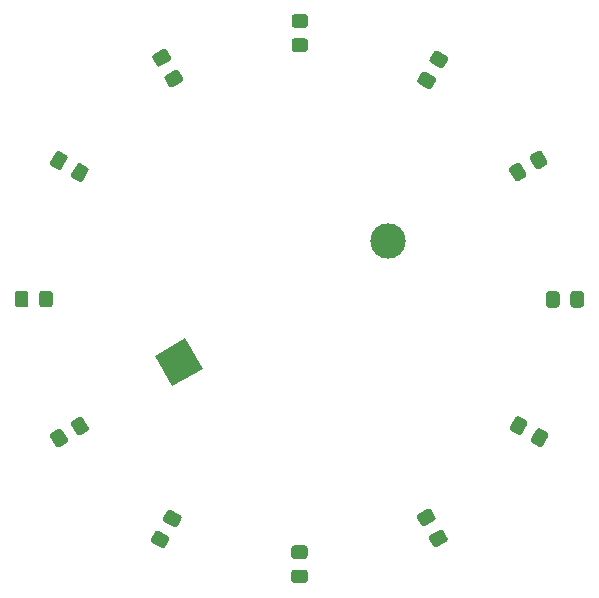
<source format=gbr>
%TF.GenerationSoftware,KiCad,Pcbnew,5.1.9+dfsg1-1~bpo10+1*%
%TF.CreationDate,2022-05-07T14:54:34+02:00*%
%TF.ProjectId,vjeverica-mirror,766a6576-6572-4696-9361-2d6d6972726f,rev?*%
%TF.SameCoordinates,Original*%
%TF.FileFunction,Soldermask,Top*%
%TF.FilePolarity,Negative*%
%FSLAX46Y46*%
G04 Gerber Fmt 4.6, Leading zero omitted, Abs format (unit mm)*
G04 Created by KiCad (PCBNEW 5.1.9+dfsg1-1~bpo10+1) date 2022-05-07 14:54:34*
%MOMM*%
%LPD*%
G01*
G04 APERTURE LIST*
%ADD10C,3.000000*%
%ADD11C,0.100000*%
G04 APERTURE END LIST*
D10*
%TO.C,BT1*%
X148844861Y-91685000D03*
D11*
G36*
X130550962Y-103979038D02*
G01*
X129050962Y-101380962D01*
X131649038Y-99880962D01*
X133149038Y-102479038D01*
X130550962Y-103979038D01*
G37*
%TD*%
%TO.C,D1*%
G36*
G01*
X153212213Y-77022965D02*
X152432787Y-76572964D01*
G75*
G02*
X152341282Y-76231460I125000J216505D01*
G01*
X152666283Y-75668541D01*
G75*
G02*
X153007788Y-75577035I216505J-124999D01*
G01*
X153787213Y-76027036D01*
G75*
G02*
X153878718Y-76368540I-125000J-216505D01*
G01*
X153553717Y-76931459D01*
G75*
G02*
X153212213Y-77022965I-216505J124999D01*
G01*
G37*
G36*
G01*
X152187213Y-78798317D02*
X151407787Y-78348316D01*
G75*
G02*
X151316282Y-78006812I125000J216505D01*
G01*
X151641283Y-77443893D01*
G75*
G02*
X151982788Y-77352387I216505J-124999D01*
G01*
X152762213Y-77802388D01*
G75*
G02*
X152853718Y-78143892I-125000J-216505D01*
G01*
X152528717Y-78706811D01*
G75*
G02*
X152187213Y-78798317I-216505J124999D01*
G01*
G37*
%TD*%
%TO.C,D2*%
G36*
G01*
X159519360Y-86509712D02*
X159069359Y-85730287D01*
G75*
G02*
X159160865Y-85388783I216505J124999D01*
G01*
X159723784Y-85063782D01*
G75*
G02*
X160065288Y-85155288I124999J-216505D01*
G01*
X160515289Y-85934713D01*
G75*
G02*
X160423784Y-86276217I-216505J-124999D01*
G01*
X159860865Y-86601218D01*
G75*
G02*
X159519360Y-86509712I-125000J216505D01*
G01*
G37*
G36*
G01*
X161294712Y-85484712D02*
X160844711Y-84705287D01*
G75*
G02*
X160936217Y-84363783I216505J124999D01*
G01*
X161499136Y-84038782D01*
G75*
G02*
X161840640Y-84130288I124999J-216505D01*
G01*
X162290641Y-84909713D01*
G75*
G02*
X162199136Y-85251217I-216505J-124999D01*
G01*
X161636217Y-85576218D01*
G75*
G02*
X161294712Y-85484712I-125000J216505D01*
G01*
G37*
%TD*%
%TO.C,D3*%
G36*
G01*
X162190000Y-97080001D02*
X162190000Y-96179999D01*
G75*
G02*
X162439999Y-95930000I249999J0D01*
G01*
X163090001Y-95930000D01*
G75*
G02*
X163340000Y-96179999I0J-249999D01*
G01*
X163340000Y-97080001D01*
G75*
G02*
X163090001Y-97330000I-249999J0D01*
G01*
X162439999Y-97330000D01*
G75*
G02*
X162190000Y-97080001I0J249999D01*
G01*
G37*
G36*
G01*
X164240000Y-97080001D02*
X164240000Y-96179999D01*
G75*
G02*
X164489999Y-95930000I249999J0D01*
G01*
X165140001Y-95930000D01*
G75*
G02*
X165390000Y-96179999I0J-249999D01*
G01*
X165390000Y-97080001D01*
G75*
G02*
X165140001Y-97330000I-249999J0D01*
G01*
X164489999Y-97330000D01*
G75*
G02*
X164240000Y-97080001I0J249999D01*
G01*
G37*
%TD*%
%TO.C,D4*%
G36*
G01*
X160917035Y-108432213D02*
X161367036Y-107652788D01*
G75*
G02*
X161708541Y-107561282I216505J-124999D01*
G01*
X162271460Y-107886283D01*
G75*
G02*
X162362965Y-108227787I-125000J-216505D01*
G01*
X161912964Y-109007212D01*
G75*
G02*
X161571459Y-109098718I-216505J124999D01*
G01*
X161008540Y-108773717D01*
G75*
G02*
X160917035Y-108432213I125000J216505D01*
G01*
G37*
G36*
G01*
X159141683Y-107407213D02*
X159591684Y-106627788D01*
G75*
G02*
X159933189Y-106536282I216505J-124999D01*
G01*
X160496108Y-106861283D01*
G75*
G02*
X160587613Y-107202787I-125000J-216505D01*
G01*
X160137612Y-107982212D01*
G75*
G02*
X159796107Y-108073718I-216505J124999D01*
G01*
X159233188Y-107748717D01*
G75*
G02*
X159141683Y-107407213I125000J216505D01*
G01*
G37*
%TD*%
%TO.C,D5*%
G36*
G01*
X151367788Y-114821684D02*
X152147213Y-114371683D01*
G75*
G02*
X152488717Y-114463188I124999J-216505D01*
G01*
X152813718Y-115026107D01*
G75*
G02*
X152722213Y-115367612I-216505J-125000D01*
G01*
X151942788Y-115817613D01*
G75*
G02*
X151601283Y-115726107I-125000J216505D01*
G01*
X151276282Y-115163188D01*
G75*
G02*
X151367788Y-114821684I216505J124999D01*
G01*
G37*
G36*
G01*
X152392788Y-116597036D02*
X153172213Y-116147035D01*
G75*
G02*
X153513717Y-116238540I124999J-216505D01*
G01*
X153838718Y-116801459D01*
G75*
G02*
X153747213Y-117142964I-216505J-125000D01*
G01*
X152967788Y-117592965D01*
G75*
G02*
X152626283Y-117501459I-125000J216505D01*
G01*
X152301282Y-116938540D01*
G75*
G02*
X152392788Y-116597036I216505J124999D01*
G01*
G37*
%TD*%
%TO.C,D6*%
G36*
G01*
X140859999Y-119500000D02*
X141760001Y-119500000D01*
G75*
G02*
X142010000Y-119749999I0J-249999D01*
G01*
X142010000Y-120400001D01*
G75*
G02*
X141760001Y-120650000I-249999J0D01*
G01*
X140859999Y-120650000D01*
G75*
G02*
X140610000Y-120400001I0J249999D01*
G01*
X140610000Y-119749999D01*
G75*
G02*
X140859999Y-119500000I249999J0D01*
G01*
G37*
G36*
G01*
X140859999Y-117450000D02*
X141760001Y-117450000D01*
G75*
G02*
X142010000Y-117699999I0J-249999D01*
G01*
X142010000Y-118350001D01*
G75*
G02*
X141760001Y-118600000I-249999J0D01*
G01*
X140859999Y-118600000D01*
G75*
G02*
X140610000Y-118350001I0J249999D01*
G01*
X140610000Y-117699999D01*
G75*
G02*
X140859999Y-117450000I249999J0D01*
G01*
G37*
%TD*%
%TO.C,D7*%
G36*
G01*
X130442788Y-114441683D02*
X131222213Y-114891684D01*
G75*
G02*
X131313718Y-115233188I-125000J-216505D01*
G01*
X130988717Y-115796107D01*
G75*
G02*
X130647212Y-115887613I-216505J124999D01*
G01*
X129867787Y-115437612D01*
G75*
G02*
X129776282Y-115096108I125000J216505D01*
G01*
X130101283Y-114533189D01*
G75*
G02*
X130442788Y-114441683I216505J-124999D01*
G01*
G37*
G36*
G01*
X129417788Y-116217035D02*
X130197213Y-116667036D01*
G75*
G02*
X130288718Y-117008540I-125000J-216505D01*
G01*
X129963717Y-117571459D01*
G75*
G02*
X129622212Y-117662965I-216505J124999D01*
G01*
X128842787Y-117212964D01*
G75*
G02*
X128751282Y-116871460I125000J216505D01*
G01*
X129076283Y-116308541D01*
G75*
G02*
X129417788Y-116217035I216505J-124999D01*
G01*
G37*
%TD*%
%TO.C,D8*%
G36*
G01*
X121222964Y-107692788D02*
X121672965Y-108472212D01*
G75*
G02*
X121581460Y-108813717I-216505J-125000D01*
G01*
X121018541Y-109138718D01*
G75*
G02*
X120677036Y-109047212I-125000J216505D01*
G01*
X120227035Y-108267787D01*
G75*
G02*
X120318541Y-107926283I216505J124999D01*
G01*
X120881460Y-107601282D01*
G75*
G02*
X121222964Y-107692788I124999J-216505D01*
G01*
G37*
G36*
G01*
X122998316Y-106667788D02*
X123448317Y-107447212D01*
G75*
G02*
X123356812Y-107788717I-216505J-125000D01*
G01*
X122793893Y-108113718D01*
G75*
G02*
X122452388Y-108022212I-125000J216505D01*
G01*
X122002387Y-107242787D01*
G75*
G02*
X122093893Y-106901283I216505J124999D01*
G01*
X122656812Y-106576282D01*
G75*
G02*
X122998316Y-106667788I124999J-216505D01*
G01*
G37*
%TD*%
%TO.C,D9*%
G36*
G01*
X120415000Y-96149999D02*
X120415000Y-97050001D01*
G75*
G02*
X120165001Y-97300000I-249999J0D01*
G01*
X119514999Y-97300000D01*
G75*
G02*
X119265000Y-97050001I0J249999D01*
G01*
X119265000Y-96149999D01*
G75*
G02*
X119514999Y-95900000I249999J0D01*
G01*
X120165001Y-95900000D01*
G75*
G02*
X120415000Y-96149999I0J-249999D01*
G01*
G37*
G36*
G01*
X118365000Y-96149999D02*
X118365000Y-97050001D01*
G75*
G02*
X118115001Y-97300000I-249999J0D01*
G01*
X117464999Y-97300000D01*
G75*
G02*
X117215000Y-97050001I0J249999D01*
G01*
X117215000Y-96149999D01*
G75*
G02*
X117464999Y-95900000I249999J0D01*
G01*
X118115001Y-95900000D01*
G75*
G02*
X118365000Y-96149999I0J-249999D01*
G01*
G37*
%TD*%
%TO.C,D10*%
G36*
G01*
X121662965Y-84757787D02*
X121212964Y-85537212D01*
G75*
G02*
X120871459Y-85628718I-216505J124999D01*
G01*
X120308540Y-85303717D01*
G75*
G02*
X120217035Y-84962213I125000J216505D01*
G01*
X120667036Y-84182788D01*
G75*
G02*
X121008541Y-84091282I216505J-124999D01*
G01*
X121571460Y-84416283D01*
G75*
G02*
X121662965Y-84757787I-125000J-216505D01*
G01*
G37*
G36*
G01*
X123438317Y-85782787D02*
X122988316Y-86562212D01*
G75*
G02*
X122646811Y-86653718I-216505J124999D01*
G01*
X122083892Y-86328717D01*
G75*
G02*
X121992387Y-85987213I125000J216505D01*
G01*
X122442388Y-85207788D01*
G75*
G02*
X122783893Y-85116282I216505J-124999D01*
G01*
X123346812Y-85441283D01*
G75*
G02*
X123438317Y-85782787I-125000J-216505D01*
G01*
G37*
%TD*%
%TO.C,D11*%
G36*
G01*
X131349713Y-78210640D02*
X130570288Y-78660641D01*
G75*
G02*
X130228783Y-78569135I-125000J216505D01*
G01*
X129903782Y-78006216D01*
G75*
G02*
X129995288Y-77664712I216505J124999D01*
G01*
X130774713Y-77214711D01*
G75*
G02*
X131116217Y-77306217I124999J-216505D01*
G01*
X131441218Y-77869136D01*
G75*
G02*
X131349713Y-78210640I-216505J-124999D01*
G01*
G37*
G36*
G01*
X130324713Y-76435288D02*
X129545288Y-76885289D01*
G75*
G02*
X129203783Y-76793783I-125000J216505D01*
G01*
X128878782Y-76230864D01*
G75*
G02*
X128970288Y-75889360I216505J124999D01*
G01*
X129749713Y-75439359D01*
G75*
G02*
X130091217Y-75530865I124999J-216505D01*
G01*
X130416218Y-76093784D01*
G75*
G02*
X130324713Y-76435288I-216505J-124999D01*
G01*
G37*
%TD*%
%TO.C,D12*%
G36*
G01*
X141790001Y-73635000D02*
X140889999Y-73635000D01*
G75*
G02*
X140640000Y-73385001I0J249999D01*
G01*
X140640000Y-72734999D01*
G75*
G02*
X140889999Y-72485000I249999J0D01*
G01*
X141790001Y-72485000D01*
G75*
G02*
X142040000Y-72734999I0J-249999D01*
G01*
X142040000Y-73385001D01*
G75*
G02*
X141790001Y-73635000I-249999J0D01*
G01*
G37*
G36*
G01*
X141790001Y-75685000D02*
X140889999Y-75685000D01*
G75*
G02*
X140640000Y-75435001I0J249999D01*
G01*
X140640000Y-74784999D01*
G75*
G02*
X140889999Y-74535000I249999J0D01*
G01*
X141790001Y-74535000D01*
G75*
G02*
X142040000Y-74784999I0J-249999D01*
G01*
X142040000Y-75435001D01*
G75*
G02*
X141790001Y-75685000I-249999J0D01*
G01*
G37*
%TD*%
M02*

</source>
